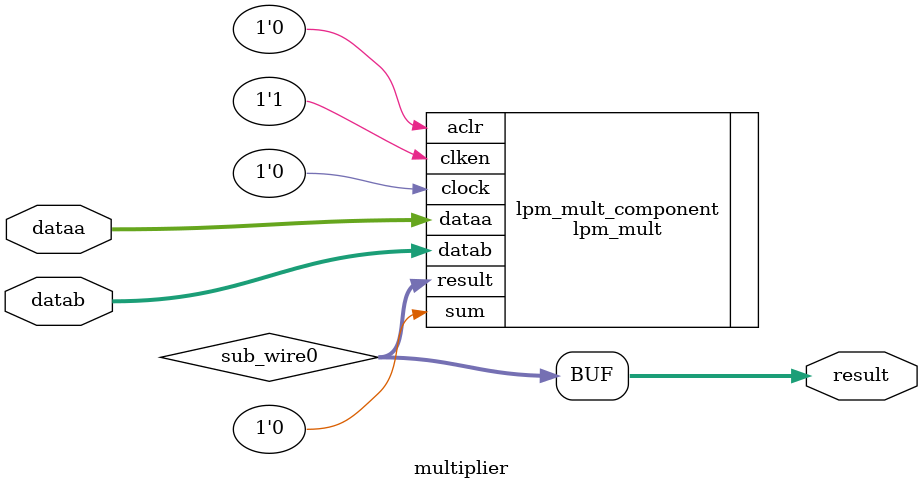
<source format=v>
`timescale 1 ps / 1 ps
module multiplier (dataa,datab,result);

	input  [15:0]  dataa;
	input	 [15:0]  datab;
	output [31:0]  result;

	wire [31:0] sub_wire0;
	wire [31:0] result = sub_wire0[31:0];

	lpm_mult	lpm_mult_component (
				.dataa (dataa),
				.datab (datab),
				.result (sub_wire0),
				.aclr (1'b0),
				.clken (1'b1),
				.clock (1'b0),
				.sum (1'b0));
	defparam
		lpm_mult_component.lpm_hint = "MAXIMIZE_SPEED=5",
		lpm_mult_component.lpm_representation = "SIGNED",
		lpm_mult_component.lpm_type = "LPM_MULT",
		lpm_mult_component.lpm_widtha = 16,
		lpm_mult_component.lpm_widthb = 16,
		lpm_mult_component.lpm_widthp = 32;


endmodule

</source>
